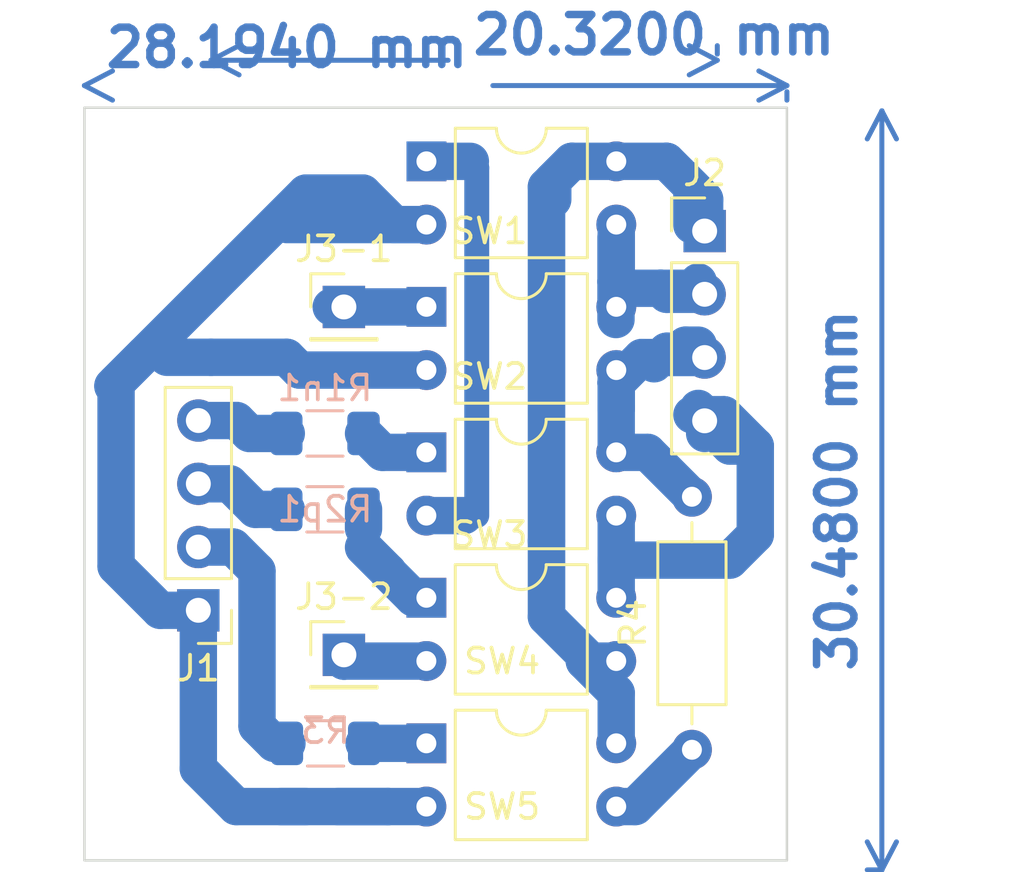
<source format=kicad_pcb>
(kicad_pcb (version 20211014) (generator pcbnew)
  (layers (0 "F.Cu" signal) (31 "B.Cu" signal) (34 "B.Paste" user) (35 "F.Paste" user) (36 "B.SilkS" user "B.Silkscreen") (37 "F.SilkS" user "F.Silkscreen") (38 "B.Mask" user) (39 "F.Mask" user) (44 "Edge.Cuts" user))
  (net 0 "")
  (net 1 "GND")
  (net 2 "Net-(J2-Pad2)")
  (net 3 "Net-(R3-Pad1)")
  (net 4 "Net-(R2p1-Pad1)")
  (net 5 "Net-(R4-Pad1)")
  (net 6 "Net-(R1n1-Pad2)")
  (net 7 "Net-(J3-1-Pad1)")
  (net 8 "Net-(J2-Pad1)")
  (net 9 "Net-(J2-Pad3)")
  (net 10 "Net-(J3-2-Pad1)")
  (net 11 "Net-(SW1-Pad1)")
  (net 12 "Net-(J2-Pad4)")
  (net 13 "Net-(R2p1-Pad2)")
  (net 14 "Net-(R1n1-Pad1)")
  (net 15 "Net-(R3-Pad2)")
  (footprint "Connector_PinHeader_2.54mm:PinHeader_1x04_P2.54mm_Vertical" (layer "F.Cu") (at 24.638 24.882 180)
    (fp_text reference "J1" (at 0 -2.33) (layer "F.SilkS"))
    (fp_text value "Switch n,p,Rg,Gndp")
    (fp_line (start 1.33 1.27) (end 1.33 8.95) (layer "F.SilkS") (width 0.12))
    (fp_line (start -1.33 0) (end -1.33 -1.33) (layer "F.SilkS") (width 0.12))
    (fp_line (start -1.33 -1.33) (end 0 -1.33) (layer "F.SilkS") (width 0.12))
    (fp_line (start -1.33 8.95) (end 1.33 8.95) (layer "F.SilkS") (width 0.12))
    (fp_line (start -1.33 1.27) (end -1.33 8.95) (layer "F.SilkS") (width 0.12))
    (fp_line (start -1.33 1.27) (end 1.33 1.27) (layer "F.SilkS") (width 0.12))
    (pad "1" thru_hole rect (at 0 0 180) (size 1.7 1.7) (drill 1) (layers *.Cu *.Mask) (net 1 "GND"))
    (pad "2" thru_hole oval (at 0 2.54 180) (size 1.7 1.7) (drill 1) (layers *.Cu *.Mask) (net 3 "Net-(R3-Pad1)"))
    (pad "3" thru_hole oval (at 0 5.08 180) (size 1.7 1.7) (drill 1) (layers *.Cu *.Mask) (net 4 "Net-(R2p1-Pad1)"))
    (pad "4" thru_hole oval (at 0 7.62 180) (size 1.7 1.7) (drill 1) (layers *.Cu *.Mask) (net 6 "Net-(R1n1-Pad2)"))
  )
  (footprint "Package_DIP:DIP-4_W7.62mm" (layer "F.Cu") (at 33.792 6.853)
    (fp_text reference "SW1" (at 2.53 2.799) (layer "F.SilkS"))
    (fp_text value "TLP222A")
    (fp_line (start 6.46 3.87) (end 6.46 -1.33) (layer "F.SilkS") (width 0.12))
    (fp_line (start 1.16 -1.33) (end 1.16 3.87) (layer "F.SilkS") (width 0.12))
    (fp_line (start 6.46 -1.33) (end 4.81 -1.33) (layer "F.SilkS") (width 0.12))
    (fp_line (start 2.81 -1.33) (end 1.16 -1.33) (layer "F.SilkS") (width 0.12))
    (fp_line (start 1.16 3.87) (end 6.46 3.87) (layer "F.SilkS") (width 0.12))
    (fp_arc (start 4.81 -1.33) (mid 3.81 -0.33) (end 2.81 -1.33) (layer "F.SilkS") (width 0.12))
    (pad "1" thru_hole rect locked (at 0 0) (size 1.6 1.6) (drill 0.8) (layers *.Cu *.Mask) (net 11 "Net-(SW1-Pad1)"))
    (pad "2" thru_hole oval locked (at 0 2.54) (size 1.6 1.6) (drill 0.8) (layers *.Cu *.Mask) (net 1 "GND"))
    (pad "3" thru_hole oval locked (at 7.62 2.54) (size 1.6 1.6) (drill 0.8) (layers *.Cu *.Mask) (net 2 "Net-(J2-Pad2)"))
    (pad "4" thru_hole oval locked (at 7.62 0) (size 1.6 1.6) (drill 0.8) (layers *.Cu *.Mask) (net 8 "Net-(J2-Pad1)"))
  )
  (footprint "Package_DIP:DIP-4_W7.62mm" (layer "F.Cu") (at 33.7895 18.5395)
    (fp_text reference "SW3" (at 2.5325 3.3045) (layer "F.SilkS"))
    (fp_text value "TLP222A")
    (fp_line (start 1.16 3.87) (end 6.46 3.87) (layer "F.SilkS") (width 0.12))
    (fp_line (start 2.81 -1.33) (end 1.16 -1.33) (layer "F.SilkS") (width 0.12))
    (fp_line (start 1.16 -1.33) (end 1.16 3.87) (layer "F.SilkS") (width 0.12))
    (fp_line (start 6.46 3.87) (end 6.46 -1.33) (layer "F.SilkS") (width 0.12))
    (fp_line (start 6.46 -1.33) (end 4.81 -1.33) (layer "F.SilkS") (width 0.12))
    (fp_arc (start 4.81 -1.33) (mid 3.81 -0.33) (end 2.81 -1.33) (layer "F.SilkS") (width 0.12))
    (pad "1" thru_hole rect locked (at 0 0) (size 1.6 1.6) (drill 0.8) (layers *.Cu *.Mask) (net 14 "Net-(R1n1-Pad1)"))
    (pad "2" thru_hole oval locked (at 0 2.54) (size 1.6 1.6) (drill 0.8) (layers *.Cu *.Mask) (net 11 "Net-(SW1-Pad1)"))
    (pad "3" thru_hole oval locked (at 7.62 2.54) (size 1.6 1.6) (drill 0.8) (layers *.Cu *.Mask) (net 12 "Net-(J2-Pad4)"))
    (pad "4" thru_hole oval locked (at 7.62 0) (size 1.6 1.6) (drill 0.8) (layers *.Cu *.Mask) (net 9 "Net-(J2-Pad3)"))
  )
  (footprint "Package_DIP:DIP-4_W7.62mm" (layer "F.Cu") (at 33.7895 24.379)
    (fp_text reference "SW4" (at 3.0405 2.545) (layer "F.SilkS"))
    (fp_text value "TLP222A")
    (fp_line (start 6.46 3.87) (end 6.46 -1.33) (layer "F.SilkS") (width 0.12))
    (fp_line (start 1.16 -1.33) (end 1.16 3.87) (layer "F.SilkS") (width 0.12))
    (fp_line (start 1.16 3.87) (end 6.46 3.87) (layer "F.SilkS") (width 0.12))
    (fp_line (start 2.81 -1.33) (end 1.16 -1.33) (layer "F.SilkS") (width 0.12))
    (fp_line (start 6.46 -1.33) (end 4.81 -1.33) (layer "F.SilkS") (width 0.12))
    (fp_arc (start 4.81 -1.33) (mid 3.81 -0.33) (end 2.81 -1.33) (layer "F.SilkS") (width 0.12))
    (pad "1" thru_hole rect locked (at 0 0) (size 1.6 1.6) (drill 0.8) (layers *.Cu *.Mask) (net 13 "Net-(R2p1-Pad2)"))
    (pad "2" thru_hole oval locked (at 0 2.54) (size 1.6 1.6) (drill 0.8) (layers *.Cu *.Mask) (net 10 "Net-(J3-2-Pad1)"))
    (pad "3" thru_hole oval locked (at 7.62 2.54) (size 1.6 1.6) (drill 0.8) (layers *.Cu *.Mask) (net 8 "Net-(J2-Pad1)"))
    (pad "4" thru_hole oval locked (at 7.62 0) (size 1.6 1.6) (drill 0.8) (layers *.Cu *.Mask) (net 12 "Net-(J2-Pad4)"))
  )
  (footprint "Package_DIP:DIP-4_W7.62mm" (layer "F.Cu") (at 33.792 12.695)
    (fp_text reference "SW2" (at 2.53 2.799) (layer "F.SilkS"))
    (fp_text value "TLP222A")
    (fp_line (start 6.46 -1.33) (end 4.81 -1.33) (layer "F.SilkS") (width 0.12))
    (fp_line (start 6.46 3.87) (end 6.46 -1.33) (layer "F.SilkS") (width 0.12))
    (fp_line (start 1.16 -1.33) (end 1.16 3.87) (layer "F.SilkS") (width 0.12))
    (fp_line (start 2.81 -1.33) (end 1.16 -1.33) (layer "F.SilkS") (width 0.12))
    (fp_line (start 1.16 3.87) (end 6.46 3.87) (layer "F.SilkS") (width 0.12))
    (fp_arc (start 4.81 -1.33) (mid 3.81 -0.33) (end 2.81 -1.33) (layer "F.SilkS") (width 0.12))
    (pad "1" thru_hole rect locked (at 0 0) (size 1.6 1.6) (drill 0.8) (layers *.Cu *.Mask) (net 7 "Net-(J3-1-Pad1)"))
    (pad "2" thru_hole oval locked (at 0 2.54) (size 1.6 1.6) (drill 0.8) (layers *.Cu *.Mask) (net 1 "GND"))
    (pad "3" thru_hole oval locked (at 7.62 2.54) (size 1.6 1.6) (drill 0.8) (layers *.Cu *.Mask) (net 9 "Net-(J2-Pad3)"))
    (pad "4" thru_hole oval locked (at 7.62 0) (size 1.6 1.6) (drill 0.8) (layers *.Cu *.Mask) (net 2 "Net-(J2-Pad2)"))
  )
  (footprint "Resistor_THT:R_Axial_DIN0207_L6.3mm_D2.5mm_P10.16mm_Horizontal" (layer "F.Cu") (at 44.4475 30.4825 90)
    (fp_text reference "R4" (at 5.08 -2.37 90) (layer "F.SilkS"))
    (fp_text value "10k")
    (fp_line (start 1.04 0) (end 1.81 0) (layer "F.SilkS") (width 0.12))
    (fp_line (start 8.35 -1.37) (end 1.81 -1.37) (layer "F.SilkS") (width 0.12))
    (fp_line (start 1.81 -1.37) (end 1.81 1.37) (layer "F.SilkS") (width 0.12))
    (fp_line (start 9.12 0) (end 8.35 0) (layer "F.SilkS") (width 0.12))
    (fp_line (start 8.35 1.37) (end 8.35 -1.37) (layer "F.SilkS") (width 0.12))
    (fp_line (start 1.81 1.37) (end 8.35 1.37) (layer "F.SilkS") (width 0.12))
    (pad "1" thru_hole circle locked (at 0 0 90) (size 1.6 1.6) (drill 0.8) (layers *.Cu *.Mask) (net 5 "Net-(R4-Pad1)"))
    (pad "2" thru_hole oval locked (at 10.16 0 90) (size 1.6 1.6) (drill 0.8) (layers *.Cu *.Mask) (net 9 "Net-(J2-Pad3)"))
  )
  (footprint "Connector_PinHeader_2.54mm:PinHeader_1x01_P2.54mm_Vertical" (layer "F.Cu") (at 30.48 12.7)
    (fp_text reference "J3-1" (at 0 -2.33) (layer "F.SilkS"))
    (fp_text value "Br")
    (fp_line (start -1.33 1.27) (end -1.33 1.33) (layer "F.SilkS") (width 0.12))
    (fp_line (start -1.33 -1.33) (end 0 -1.33) (layer "F.SilkS") (width 0.12))
    (fp_line (start -1.33 1.27) (end 1.33 1.27) (layer "F.SilkS") (width 0.12))
    (fp_line (start -1.33 0) (end -1.33 -1.33) (layer "F.SilkS") (width 0.12))
    (fp_line (start 1.33 1.27) (end 1.33 1.33) (layer "F.SilkS") (width 0.12))
    (fp_line (start -1.33 1.33) (end 1.33 1.33) (layer "F.SilkS") (width 0.12))
    (pad "1" thru_hole rect (at 0 0) (size 1.7 1.7) (drill 1) (layers *.Cu *.Mask) (net 7 "Net-(J3-1-Pad1)"))
  )
  (footprint "Connector_PinHeader_2.54mm:PinHeader_1x01_P2.54mm_Vertical" (layer "F.Cu") (at 30.48 26.67)
    (fp_text reference "J3-2" (at 0 -2.33) (layer "F.SilkS"))
    (fp_text value "Br")
    (fp_line (start -1.33 -1.33) (end 0 -1.33) (layer "F.SilkS") (width 0.12))
    (fp_line (start -1.33 1.27) (end 1.33 1.27) (layer "F.SilkS") (width 0.12))
    (fp_line (start -1.33 1.27) (end -1.33 1.33) (layer "F.SilkS") (width 0.12))
    (fp_line (start 1.33 1.27) (end 1.33 1.33) (layer "F.SilkS") (width 0.12))
    (fp_line (start -1.33 1.33) (end 1.33 1.33) (layer "F.SilkS") (width 0.12))
    (fp_line (start -1.33 0) (end -1.33 -1.33) (layer "F.SilkS") (width 0.12))
    (pad "1" thru_hole rect (at 0 0) (size 1.7 1.7) (drill 1) (layers *.Cu *.Mask) (net 10 "Net-(J3-2-Pad1)"))
  )
  (footprint "Connector_PinHeader_2.54mm:PinHeader_1x04_P2.54mm_Vertical" (layer "F.Cu") (at 44.958 9.652)
    (fp_text reference "J2" (at 0 -2.33) (layer "F.SilkS"))
    (fp_text value "Switch +30V,Drain-CCS,B,E")
    (fp_line (start -1.33 0) (end -1.33 -1.33) (layer "F.SilkS") (width 0.12))
    (fp_line (start -1.33 8.95) (end 1.33 8.95) (layer "F.SilkS") (width 0.12))
    (fp_line (start 1.33 1.27) (end 1.33 8.95) (layer "F.SilkS") (width 0.12))
    (fp_line (start -1.33 1.27) (end -1.33 8.95) (layer "F.SilkS") (width 0.12))
    (fp_line (start -1.33 1.27) (end 1.33 1.27) (layer "F.SilkS") (width 0.12))
    (fp_line (start -1.33 -1.33) (end 0 -1.33) (layer "F.SilkS") (width 0.12))
    (pad "1" thru_hole rect (at 0 0) (size 1.7 1.7) (drill 1) (layers *.Cu *.Mask) (net 8 "Net-(J2-Pad1)"))
    (pad "2" thru_hole oval (at 0 2.54) (size 1.7 1.7) (drill 1) (layers *.Cu *.Mask) (net 2 "Net-(J2-Pad2)"))
    (pad "3" thru_hole oval (at 0 5.08) (size 1.7 1.7) (drill 1) (layers *.Cu *.Mask) (net 9 "Net-(J2-Pad3)"))
    (pad "4" thru_hole oval (at 0 7.62) (size 1.7 1.7) (drill 1) (layers *.Cu *.Mask) (net 12 "Net-(J2-Pad4)"))
  )
  (footprint "Package_DIP:DIP-4_W7.62mm" (layer "F.Cu") (at 33.7895 30.2235)
    (fp_text reference "SW5" (at 3.0405 2.5425) (layer "F.SilkS"))
    (fp_text value "TLP222A")
    (fp_line (start 6.46 3.87) (end 6.46 -1.33) (layer "F.SilkS") (width 0.12))
    (fp_line (start 1.16 -1.33) (end 1.16 3.87) (layer "F.SilkS") (width 0.12))
    (fp_line (start 1.16 3.87) (end 6.46 3.87) (layer "F.SilkS") (width 0.12))
    (fp_line (start 6.46 -1.33) (end 4.81 -1.33) (layer "F.SilkS") (width 0.12))
    (fp_line (start 2.81 -1.33) (end 1.16 -1.33) (layer "F.SilkS") (width 0.12))
    (fp_arc (start 4.81 -1.33) (mid 3.81 -0.33) (end 2.81 -1.33) (layer "F.SilkS") (width 0.12))
    (pad "1" thru_hole rect (at 0 0) (size 1.6 1.6) (drill 0.8) (layers *.Cu *.Mask) (net 15 "Net-(R3-Pad2)"))
    (pad "2" thru_hole oval (at 0 2.54) (size 1.6 1.6) (drill 0.8) (layers *.Cu *.Mask) (net 1 "GND"))
    (pad "3" thru_hole oval (at 7.62 2.54) (size 1.6 1.6) (drill 0.8) (layers *.Cu *.Mask) (net 5 "Net-(R4-Pad1)"))
    (pad "4" thru_hole oval (at 7.62 0) (size 1.6 1.6) (drill 0.8) (layers *.Cu *.Mask) (net 8 "Net-(J2-Pad1)"))
  )
  (footprint "Resistor_SMD:R_1206_3216Metric_Pad1.30x1.75mm_HandSolder" (layer "B.Cu") (at 29.744 30.226)
    (fp_text reference "R3" (at 0 -0.508) (layer "B.SilkS") (effects (justify mirror)))
    (fp_text value "510")
    (fp_line (start -0.727064 -0.91) (end 0.727064 -0.91) (layer "B.SilkS") (width 0.12))
    (fp_line (start -0.727064 0.91) (end 0.727064 0.91) (layer "B.SilkS") (width 0.12))
    (pad "1" smd roundrect locked (at -1.55 0) (size 1.3 1.75) (layers "B.Cu" "B.Paste" "B.Mask") (roundrect_rratio 0.1923069231) (net 3 "Net-(R3-Pad1)"))
    (pad "2" smd roundrect locked (at 1.55 0) (size 1.3 1.75) (layers "B.Cu" "B.Paste" "B.Mask") (roundrect_rratio 0.1923069231) (net 15 "Net-(R3-Pad2)"))
  )
  (footprint "Resistor_SMD:R_1206_3216Metric_Pad1.30x1.75mm_HandSolder" (layer "B.Cu") (at 29.718 17.78 180)
    (fp_text reference "R1n1" (at 0 1.82) (layer "B.SilkS") (effects (justify mirror)))
    (fp_text value "270")
    (fp_line (start -0.727064 -0.91) (end 0.727064 -0.91) (layer "B.SilkS") (width 0.12))
    (fp_line (start -0.727064 0.91) (end 0.727064 0.91) (layer "B.SilkS") (width 0.12))
    (pad "1" smd roundrect (at -1.55 0 180) (size 1.3 1.75) (layers "B.Cu" "B.Paste" "B.Mask") (roundrect_rratio 0.192308) (net 14 "Net-(R1n1-Pad1)"))
    (pad "2" smd roundrect (at 1.55 0 180) (size 1.3 1.75) (layers "B.Cu" "B.Paste" "B.Mask") (roundrect_rratio 0.192308) (net 6 "Net-(R1n1-Pad2)"))
  )
  (footprint "Resistor_SMD:R_1206_3216Metric_Pad1.30x1.75mm_HandSolder" (layer "B.Cu") (at 29.718 20.828)
    (fp_text reference "R2p1" (at 0 0) (layer "B.SilkS") (effects (justify mirror)))
    (fp_text value "270")
    (fp_line (start -0.727064 0.91) (end 0.727064 0.91) (layer "B.SilkS") (width 0.12))
    (fp_line (start -0.727064 -0.91) (end 0.727064 -0.91) (layer "B.SilkS") (width 0.12))
    (pad "1" smd roundrect (at -1.55 0) (size 1.3 1.75) (layers "B.Cu" "B.Paste" "B.Mask") (roundrect_rratio 0.192308) (net 4 "Net-(R2p1-Pad1)"))
    (pad "2" smd roundrect (at 1.55 0) (size 1.3 1.75) (layers "B.Cu" "B.Paste" "B.Mask") (roundrect_rratio 0.192308) (net 13 "Net-(R2p1-Pad2)"))
  )
  (gr_rect (start 20.066 4.699) (end 48.26 34.925) (layer "Edge.Cuts") (width 0.1) (fill none))
  (dimension (type orthogonal) (layer "B.Cu") (pts (xy 20.066 3.81) (xy 48.26 3.556)) (height 0) (orientation 0) (gr_text "28,1940 mm" (at 28.194 2.286) (layer "B.Cu") (effects (font (size 1.5 1.5) (thickness 0.3)))) (format (units 3) (units_format 1) (precision 4)) (style (thickness 0.2) (arrow_length 1.27) (text_position_mode 2) (extension_height 0.58642) (extension_offset 0.5) keep_text_aligned))
  (dimension (type orthogonal) (layer "B.Cu") (pts (xy 25.146 2.794) (xy 45.466 3.048)) (height 0) (orientation 0) (gr_text "20,3200 mm" (at 42.926 1.778) (layer "B.Cu") (effects (font (size 1.5 1.5) (thickness 0.3)))) (format (units 3) (units_format 1) (precision 4)) (style (thickness 0.2) (arrow_length 1.27) (text_position_mode 2) (extension_height 0.58642) (extension_offset 0.5) keep_text_aligned))
  (dimension (type orthogonal) (layer "B.Cu") (pts (xy 52.07 4.826) (xy 52.578 35.306)) (height 0) (orientation 1) (gr_text "30,4800 mm" (at 50.27 20.066 90) (layer "B.Cu") (effects (font (size 1.5 1.5) (thickness 0.3)))) (format (units 3) (units_format 1) (precision 4)) (style (thickness 0.2) (arrow_length 1.27) (text_position_mode 0) (extension_height 0.58642) (extension_offset 0.5) keep_text_aligned))
  (segment (start 21.209 15.875) (end 22.479 14.605) (width 1.5) (layer "B.Cu") (net 1))
  (segment (start 28.9585 32.7635) (end 27.9425 32.7635) (width 1.5) (layer "B.Cu") (net 1))
  (segment (start 32.507 9.393) (end 31.242 8.128) (width 1.5) (layer "B.Cu") (net 1))
  (segment (start 33.792 15.235) (end 28.697 15.235) (width 1.5) (layer "B.Cu") (net 1))
  (segment (start 31.242 8.128) (end 28.956 8.128) (width 1.5) (layer "B.Cu") (net 1))
  (segment (start 24.638 24.882) (end 24.638 31.242) (width 1.5) (layer "B.Cu") (net 1))
  (segment (start 25.146 14.722) (end 28.184 14.722) (width 1.5) (layer "B.Cu") (net 1))
  (segment (start 32.2555 32.7635) (end 26.1595 32.7635) (width 1.5) (layer "B.Cu") (net 1))
  (segment (start 28.956 8.128) (end 21.209 15.875) (width 1.5) (layer "B.Cu") (net 1))
  (segment (start 24.638 24.882) (end 23.104 24.882) (width 1.5) (layer "B.Cu") (net 1))
  (segment (start 25.146 11.938) (end 22.479 14.605) (width 1.5) (layer "B.Cu") (net 1))
  (segment (start 32.2555 32.7635) (end 30.2235 32.7635) (width 1.5) (layer "B.Cu") (net 1))
  (segment (start 24.638 31.242) (end 26.1595 32.7635) (width 1.5) (layer "B.Cu") (net 1))
  (segment (start 23.378 14.722) (end 25.146 14.722) (width 1.5) (layer "B.Cu") (net 1))
  (segment (start 33.7895 32.7635) (end 32.2555 32.7635) (width 1.5) (layer "B.Cu") (net 1))
  (segment (start 23.104 24.882) (end 21.336 23.114) (width 1.5) (layer "B.Cu") (net 1))
  (segment (start 33.7795 9.393) (end 28.199 9.393) (width 1.5) (layer "B.Cu") (net 1))
  (segment (start 30.2235 32.7635) (end 28.9585 32.7635) (width 0.25) (layer "B.Cu") (net 1))
  (segment (start 21.336 15.748) (end 22.479 14.605) (width 1.5) (layer "B.Cu") (net 1))
  (segment (start 33.792 9.393) (end 32.507 9.393) (width 1.5) (layer "B.Cu") (net 1))
  (segment (start 21.336 23.114) (end 21.336 15.748) (width 1.5) (layer "B.Cu") (net 1))
  (segment (start 28.697 15.235) (end 28.184 14.722) (width 1.5) (layer "B.Cu") (net 1))
  (segment (start 43.1925 11.9505) (end 43.434 12.192) (width 1.5) (layer "B.Cu") (net 2))
  (segment (start 41.412 9.4055) (end 41.3995 9.393) (width 1.5) (layer "B.Cu") (net 2))
  (segment (start 44.704 11.694) (end 44.4475 11.9505) (width 1.5) (layer "B.Cu") (net 2))
  (segment (start 43.1925 11.9505) (end 41.6635 11.9505) (width 1.5) (layer "B.Cu") (net 2))
  (segment (start 43.434 12.192) (end 44.958 12.192) (width 1.5) (layer "B.Cu") (net 2))
  (segment (start 41.3995 11.6865) (end 41.3995 13.2055) (width 1.5) (layer "B.Cu") (net 2))
  (segment (start 41.412 12.695) (end 41.412 9.4055) (width 1.5) (layer "B.Cu") (net 2))
  (segment (start 44.4475 11.9505) (end 43.1925 11.9505) (width 1.5) (layer "B.Cu") (net 2))
  (segment (start 41.6635 11.9505) (end 41.3995 11.6865) (width 1.5) (layer "B.Cu") (net 2))
  (segment (start 41.3995 9.9035) (end 41.3995 11.6865) (width 1.5) (layer "B.Cu") (net 2))
  (segment (start 26.991918 29.531918) (end 26.991918 23.300082) (width 1.5) (layer "B.Cu") (net 3))
  (segment (start 26.033836 22.342) (end 26.991918 23.300082) (width 1.5) (layer "B.Cu") (net 3))
  (segment (start 24.638 22.342) (end 26.033836 22.342) (width 1.5) (layer "B.Cu") (net 3))
  (segment (start 27.686 30.226) (end 26.991918 29.531918) (width 1.5) (layer "B.Cu") (net 3))
  (segment (start 28.194 30.226) (end 27.686 30.226) (width 1.5) (layer "B.Cu") (net 3))
  (segment (start 28.168 20.828) (end 26.924 20.828) (width 1.5) (layer "B.Cu") (net 4))
  (segment (start 26.924 20.828) (end 25.898 19.802) (width 1.5) (layer "B.Cu") (net 4))
  (segment (start 25.898 19.802) (end 24.638 19.802) (width 1.5) (layer "B.Cu") (net 4))
  (segment (start 42.1665 32.7635) (end 44.4475 30.4825) (width 1.5) (layer "B.Cu") (net 5))
  (segment (start 41.4095 32.7635) (end 42.1665 32.7635) (width 1.5) (layer "B.Cu") (net 5))
  (segment (start 26.172 17.262) (end 24.638 17.262) (width 1.5) (layer "B.Cu") (net 6))
  (segment (start 26.172 17.262) (end 24.882 17.262) (width 0.25) (layer "B.Cu") (net 6))
  (segment (start 24.638 17.262) (end 24.882 17.262) (width 1.5) (layer "B.Cu") (net 6))
  (segment (start 26.69 17.78) (end 26.172 17.262) (width 1.5) (layer "B.Cu") (net 6))
  (segment (start 28.168 17.78) (end 26.69 17.78) (width 1.5) (layer "B.Cu") (net 6))
  (segment (start 33.787 12.7) (end 33.792 12.695) (width 1.5) (layer "B.Cu") (net 7))
  (segment (start 29.972 12.7) (end 33.787 12.7) (width 1.5) (layer "B.Cu") (net 7))
  (segment (start 38.608 7.874) (end 39.629 6.853) (width 1.5) (layer "B.Cu") (net 8))
  (segment (start 41.3995 6.853) (end 43.429 6.853) (width 1.5) (layer "B.Cu") (net 8))
  (segment (start 38.608 22.098) (end 38.608 21.336) (width 1) (layer "B.Cu") (net 8))
  (segment (start 44.4475 9.4105) (end 44.4475 7.8715) (width 1.5) (layer "B.Cu") (net 8))
  (segment (start 40.1295 26.9215) (end 41.4095 26.9215) (width 1.5) (layer "B.Cu") (net 8))
  (segment (start 38.608 25.146) (end 38.608 22.098) (width 1.5) (layer "B.Cu") (net 8))
  (segment (start 44.958 9.652) (end 44.958 8.382) (width 1.5) (layer "B.Cu") (net 8))
  (segment (start 44.958 8.382) (end 43.429 6.853) (width 1.5) (layer "B.Cu") (net 8))
  (segment (start 43.429 6.853) (end 44.4475 7.8715) (width 1.5) (layer "B.Cu") (net 8))
  (segment (start 38.862 7.62) (end 38.862 8.382) (width 1.5) (layer "B.Cu") (net 8))
  (segment (start 41.4095 28.2015) (end 40.1295 26.9215) (width 1.5) (layer "B.Cu") (net 8))
  (segment (start 44.704 8.128) (end 44.4475 7.8715) (width 1.5) (layer "B.Cu") (net 8))
  (segment (start 41.4095 30.2235) (end 41.4095 28.2015) (width 1.5) (layer "B.Cu") (net 8))
  (segment (start 39.629 6.853) (end 38.862 7.62) (width 1.5) (layer "B.Cu") (net 8))
  (segment (start 41.3995 6.853) (end 39.629 6.853) (width 1.5) (layer "B.Cu") (net 8))
  (segment (start 44.4475 7.8715) (end 43.9395 7.3635) (width 1.5) (layer "B.Cu") (net 8))
  (segment (start 40.8865 26.9215) (end 39.6215 25.6565) (width 0.75) (layer "B.Cu") (net 8))
  (segment (start 38.608 22.098) (end 38.608 7.874) (width 1.5) (layer "B.Cu") (net 8))
  (segment (start 38.862 8.89) (end 38.862 25.4) (width 1) (layer "B.Cu") (net 8))
  (segment (start 41.4095 26.9215) (end 40.8865 26.9215) (width 0.75) (layer "B.Cu") (net 8))
  (segment (start 38.862 8.89) (end 38.862 8.382) (width 1) (layer "B.Cu") (net 8))
  (segment (start 40.1295 26.6675) (end 38.862 25.4) (width 1.5) (layer "B.Cu") (net 8))
  (segment (start 44.704 9.154) (end 44.704 8.128) (width 1.5) (layer "B.Cu") (net 8))
  (segment (start 38.862 25.4) (end 38.608 25.146) (width 1.5) (layer "B.Cu") (net 8))
  (segment (start 42.433 14.732) (end 41.4095 15.7555) (width 1.5) (layer "B.Cu") (net 9))
  (segment (start 41.412 16.769) (end 41.412 15.235) (width 1.5) (layer "B.Cu") (net 9))
  (segment (start 43.434 14.478) (end 42.9285 14.9835) (width 1.5) (layer "B.Cu") (net 9))
  (segment (start 41.4095 16.7715) (end 41.412 16.769) (width 1.5) (layer "B.Cu") (net 9))
  (segment (start 41.4095 16.7715) (end 41.4095 15.7555) (width 1.5) (layer "B.Cu") (net 9))
  (segment (start 44.191 14.234) (end 44.435 14.478) (width 1.5) (layer "B.Cu") (net 9))
  (segment (start 42.6645 18.5395) (end 44.4475 20.3225) (width 1.5) (layer "B.Cu") (net 9))
  (segment (start 41.3995 15.7455) (end 41.905 15.24) (width 1.5) (layer "B.Cu") (net 9))
  (segment (start 44.435 14.478) (end 43.434 14.478) (width 1.5) (layer "B.Cu") (net 9))
  (segment (start 41.4095 15.7555) (end 41.3995 15.7455) (width 1.5) (layer "B.Cu") (net 9))
  (segment (start 44.704 14.234) (end 44.191 14.234) (width 1.5) (layer "B.Cu") (net 9))
  (segment (start 41.4095 18.5395) (end 41.4095 16.7715) (width 1.5) (layer "B.Cu") (net 9))
  (segment (start 44.958 14.732) (end 42.433 14.732) (width 1.5) (layer "B.Cu") (net 9))
  (segment (start 41.4095 18.5395) (end 42.6645 18.5395) (width 1.5) (layer "B.Cu") (net 9))
  (segment (start 30.4825 26.9215) (end 33.7895 26.9215) (width 1.5) (layer "B.Cu") (net 10))
  (segment (start 30.48 26.67) (end 30.48 26.924) (width 1.5) (layer "B.Cu") (net 10))
  (segment (start 30.48 26.924) (end 30.4825 26.9215) (width 1.5) (layer "B.Cu") (net 10))
  (segment (start 33.7795 6.853) (end 35.555 6.853) (width 1.5) (layer "B.Cu") (net 11))
  (segment (start 35.8115 21.0795) (end 35.8115 7.1095) (width 1) (layer "B.Cu") (net 11))
  (segment (start 33.7895 21.0795) (end 35.3035 21.0795) (width 1.5) (layer "B.Cu") (net 11))
  (segment (start 35.8115 7.1095) (end 35.555 6.853) (width 1) (layer "B.Cu") (net 11))
  (segment (start 46.99 18.288) (end 46.99 21.844) (width 1.5) (layer "B.Cu") (net 12))
  (segment (start 44.958 17.272) (end 45.974 18.288) (width 1.5) (layer "B.Cu") (net 12))
  (segment (start 44.704 16.774) (end 44.9605 17.0305) (width 1.5) (layer "B.Cu") (net 12))
  (segment (start 41.4095 22.8675) (end 41.4095 21.0795) (width 1.5) (layer "B.Cu") (net 12))
  (segment (start 44.958 17.78) (end 44.958 17.272) (width 1.5) (layer "B.Cu") (net 12))
  (segment (start 46.99 21.844) (end 45.9665 22.8675) (width 1.5) (layer "B.Cu") (net 12))
  (segment (start 41.4095 24.3815) (end 41.4095 22.8675) (width 1.5) (layer "B.Cu") (net 12))
  (segment (start 45.9665 22.8675) (end 41.4095 22.8675) (width 1.5) (layer "B.Cu") (net 12))
  (segment (start 45.974 18.288) (end 46.99 18.288) (width 1.5) (layer "B.Cu") (net 12))
  (segment (start 44.9605 17.0305) (end 45.7325 17.0305) (width 1.5) (layer "B.Cu") (net 12))
  (segment (start 44.4475 17.0305) (end 45.7325 17.0305) (width 1.5) (layer "B.Cu") (net 12))
  (segment (start 45.7325 17.0305) (end 46.99 18.288) (width 1.5) (layer "B.Cu") (net 12))
  (segment (start 31.268 20.828) (end 31.268 21.59) (width 1.5) (layer "B.Cu") (net 13))
  (segment (start 33.7895 24.3815) (end 33.2715 24.3815) (width 1.5) (layer "B.Cu") (net 13))
  (segment (start 32.258 23.342) (end 31.268 22.352) (width 1.5) (layer "B.Cu") (net 13))
  (segment (start 33.2715 24.3815) (end 32.258 23.368) (width 1.5) (layer "B.Cu") (net 13))
  (segment (start 32.258 23.368) (end 32.258 23.342) (width 1.5) (layer "B.Cu") (net 13))
  (segment (start 32.0275 18.5395) (end 31.268 17.78) (width 1.5) (layer "B.Cu") (net 14))
  (segment (start 33.7895 18.5395) (end 32.0275 18.5395) (width 1.5) (layer "B.Cu") (net 14))
  (segment (start 31.2965 30.2235) (end 31.294 30.226) (width 1.5) (layer "B.Cu") (net 15))
  (segment (start 33.7895 30.2235) (end 31.2965 30.2235) (width 1.5) (layer "B.Cu") (net 15))
  (segment (start 33.7895 30.2235) (end 33.787 30.226) (width 1.5) (layer "B.Cu") (net 15))
)
</source>
